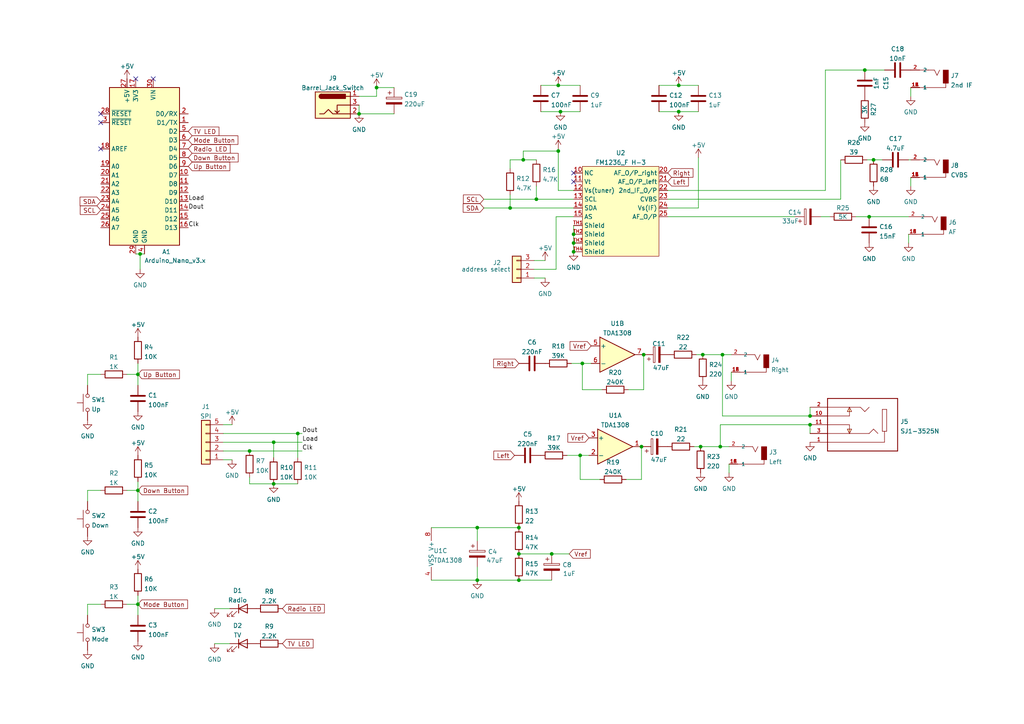
<source format=kicad_sch>
(kicad_sch (version 20211123) (generator eeschema)
  (paper "A4")
  (lib_symbols
    (symbol "Amplifier_Audio:TDA1308" (pin_names (offset 0.127))
      (property "Reference" "U" (at 5.08 6.35 0))
      (property "Value" "TDA1308" (at 5.08 3.81 0))
      (symbol "TDA1308_1_1"
        (polyline (pts (xy -5.08 5.08) (xy 5.08 0) (xy -5.08 -5.08) (xy -5.08 5.08)) (stroke (width 0.254)) (fill (type background)))
        (pin output line (at 7.62 0 180) (length 2.54) (name "~") (number "1"))
        (pin input line (at -7.62 -2.54 0) (length 2.54) (name "-") (number "2"))
        (pin input line (at -7.62 2.54 0) (length 2.54) (name "+") (number "3"))
      )
      (symbol "TDA1308_2_1"
        (polyline (pts (xy -5.08 5.08) (xy 5.08 0) (xy -5.08 -5.08) (xy -5.08 5.08)) (stroke (width 0.254)) (fill (type background)))
        (pin input line (at -7.62 2.54 0) (length 2.54) (name "+") (number "5"))
        (pin input line (at -7.62 -2.54 0) (length 2.54) (name "-") (number "6"))
        (pin output line (at 7.62 0 180) (length 2.54) (name "~") (number "7"))
      )
      (symbol "TDA1308_3_1"
        (pin power_in line (at -2.54 -7.62 90) (length 3.81) (name "VSS") (number "4"))
        (pin power_in line (at -2.54 7.62 270) (length 3.81) (name "V+") (number "8"))
      )
    )
    (symbol "Connector:Barrel_Jack_Switch" (pin_names hide)
      (property "Reference" "J" (at 0 5.334 0))
      (property "Value" "Barrel_Jack_Switch" (at 0 -5.08 0))
      (symbol "Barrel_Jack_Switch_0_1"
        (rectangle (start -5.08 3.81) (end 5.08 -3.81) (stroke (width 0.254)) (fill (type background)))
        (arc (start -3.302 3.175) (mid -3.937 2.54) (end -3.302 1.905) (stroke (width 0.254)))
        (arc (start -3.302 3.175) (mid -3.937 2.54) (end -3.302 1.905) (stroke (width 0.254)) (fill (type outline)))
        (polyline (pts (xy 1.27 -2.286) (xy 1.905 -1.651)) (stroke (width 0.254)))
        (polyline (pts (xy 5.08 2.54) (xy 3.81 2.54)) (stroke (width 0.254)))
        (polyline (pts (xy 5.08 0) (xy 1.27 0) (xy 1.27 -2.286) (xy 0.635 -1.651)) (stroke (width 0.254)))
        (polyline (pts (xy -3.81 -2.54) (xy -2.54 -2.54) (xy -1.27 -1.27) (xy 0 -2.54) (xy 2.54 -2.54) (xy 5.08 -2.54)) (stroke (width 0.254)))
        (rectangle (start 3.683 3.175) (end -3.302 1.905) (stroke (width 0.254)) (fill (type outline)))
      )
      (symbol "Barrel_Jack_Switch_1_1"
        (pin passive line (at 7.62 2.54 180) (length 2.54) (name "~") (number "1"))
        (pin passive line (at 7.62 -2.54 180) (length 2.54) (name "~") (number "2"))
        (pin passive line (at 7.62 0 180) (length 2.54) (name "~") (number "3"))
      )
    )
    (symbol "Connector_Generic:Conn_01x03" (pin_names (offset 1.016) hide)
      (property "Reference" "J" (at 0 5.08 0))
      (property "Value" "Conn_01x03" (at 0 -5.08 0))
      (symbol "Conn_01x03_1_1"
        (rectangle (start -1.27 -2.413) (end 0 -2.667) (stroke (width 0.1524)))
        (rectangle (start -1.27 0.127) (end 0 -0.127) (stroke (width 0.1524)))
        (rectangle (start -1.27 2.667) (end 0 2.413) (stroke (width 0.1524)))
        (rectangle (start -1.27 3.81) (end 1.27 -3.81) (stroke (width 0.254)) (fill (type background)))
        (pin passive line (at -5.08 2.54 0) (length 3.81) (name "Pin_1") (number "1"))
        (pin passive line (at -5.08 0 0) (length 3.81) (name "Pin_2") (number "2"))
        (pin passive line (at -5.08 -2.54 0) (length 3.81) (name "Pin_3") (number "3"))
      )
    )
    (symbol "Connector_Generic:Conn_01x05" (pin_names (offset 1.016) hide)
      (property "Reference" "J" (at 0 7.62 0))
      (property "Value" "Conn_01x05" (at 0 -7.62 0))
      (symbol "Conn_01x05_1_1"
        (rectangle (start -1.27 -4.953) (end 0 -5.207) (stroke (width 0.1524)))
        (rectangle (start -1.27 -2.413) (end 0 -2.667) (stroke (width 0.1524)))
        (rectangle (start -1.27 0.127) (end 0 -0.127) (stroke (width 0.1524)))
        (rectangle (start -1.27 2.667) (end 0 2.413) (stroke (width 0.1524)))
        (rectangle (start -1.27 5.207) (end 0 4.953) (stroke (width 0.1524)))
        (rectangle (start -1.27 6.35) (end 1.27 -6.35) (stroke (width 0.254)) (fill (type background)))
        (pin passive line (at -5.08 5.08 0) (length 3.81) (name "Pin_1") (number "1"))
        (pin passive line (at -5.08 2.54 0) (length 3.81) (name "Pin_2") (number "2"))
        (pin passive line (at -5.08 0 0) (length 3.81) (name "Pin_3") (number "3"))
        (pin passive line (at -5.08 -2.54 0) (length 3.81) (name "Pin_4") (number "4"))
        (pin passive line (at -5.08 -5.08 0) (length 3.81) (name "Pin_5") (number "5"))
      )
    )
    (symbol "Device:C" (pin_numbers hide) (pin_names (offset 0.254))
      (property "Reference" "C" (at 0.635 2.54 0))
      (property "Value" "C" (at 0.635 -2.54 0))
      (symbol "C_0_1"
        (polyline (pts (xy -2.032 -0.762) (xy 2.032 -0.762)) (stroke (width 0.508)))
        (polyline (pts (xy -2.032 0.762) (xy 2.032 0.762)) (stroke (width 0.508)))
      )
      (symbol "C_1_1"
        (pin passive line (at 0 3.81 270) (length 2.794) (name "~") (number "1"))
        (pin passive line (at 0 -3.81 90) (length 2.794) (name "~") (number "2"))
      )
    )
    (symbol "Device:C_Polarized" (pin_numbers hide) (pin_names (offset 0.254))
      (property "Reference" "C" (at 0.635 2.54 0))
      (property "Value" "C_Polarized" (at 0.635 -2.54 0))
      (symbol "C_Polarized_0_1"
        (rectangle (start -2.286 0.508) (end 2.286 1.016))
        (polyline (pts (xy -1.778 2.286) (xy -0.762 2.286)))
        (polyline (pts (xy -1.27 2.794) (xy -1.27 1.778)))
        (rectangle (start 2.286 -0.508) (end -2.286 -1.016) (fill (type outline)))
      )
      (symbol "C_Polarized_1_1"
        (pin passive line (at 0 3.81 270) (length 2.794) (name "~") (number "1"))
        (pin passive line (at 0 -3.81 90) (length 2.794) (name "~") (number "2"))
      )
    )
    (symbol "Device:LED" (pin_numbers hide) (pin_names (offset 1.016) hide)
      (property "Reference" "D" (at 0 2.54 0))
      (property "Value" "LED" (at 0 -2.54 0))
      (symbol "LED_0_1"
        (polyline (pts (xy -1.27 -1.27) (xy -1.27 1.27)) (stroke (width 0.254)))
        (polyline (pts (xy -1.27 0) (xy 1.27 0)))
        (polyline (pts (xy 1.27 -1.27) (xy 1.27 1.27) (xy -1.27 0) (xy 1.27 -1.27)) (stroke (width 0.254)))
        (polyline (pts (xy -3.048 -0.762) (xy -4.572 -2.286) (xy -3.81 -2.286) (xy -4.572 -2.286) (xy -4.572 -1.524)))
        (polyline (pts (xy -1.778 -0.762) (xy -3.302 -2.286) (xy -2.54 -2.286) (xy -3.302 -2.286) (xy -3.302 -1.524)))
      )
      (symbol "LED_1_1"
        (pin passive line (at -3.81 0 0) (length 2.54) (name "K") (number "1"))
        (pin passive line (at 3.81 0 180) (length 2.54) (name "A") (number "2"))
      )
    )
    (symbol "Device:R" (pin_numbers hide) (pin_names (offset 0))
      (property "Reference" "R" (at 2.032 0 90))
      (property "Value" "R" (at 0 0 90))
      (symbol "R_0_1"
        (rectangle (start -1.016 -2.54) (end 1.016 2.54) (stroke (width 0.254)))
      )
      (symbol "R_1_1"
        (pin passive line (at 0 3.81 270) (length 1.27) (name "~") (number "1"))
        (pin passive line (at 0 -3.81 90) (length 1.27) (name "~") (number "2"))
      )
    )
    (symbol "Evan's misc parts:FM1236_F H-3"
      (property "Reference" "U" (at 5.715 -7.62 0))
      (property "Value" "FM1236_F H-3" (at 5.715 -9.525 0))
      (symbol "FM1236_F H-3_0_1"
        (rectangle (start -8.89 12.065) (end 13.335 -13.97) (stroke (width 0.1524)) (fill (type background)))
      )
      (symbol "FM1236_F H-3_1_1"
        (pin passive line (at -11.43 10.16 0) (length 2.54) (name "NC") (number "10"))
        (pin input line (at -11.43 7.62 0) (length 2.54) (name "Vt") (number "11"))
        (pin power_in line (at -11.43 5.08 0) (length 2.54) (name "Vs(tuner)") (number "12"))
        (pin input line (at -11.43 2.54 0) (length 2.54) (name "SCL") (number "13"))
        (pin bidirectional line (at -11.43 0 0) (length 2.54) (name "SDA") (number "14"))
        (pin input line (at -11.43 -2.54 0) (length 2.54) (name "AS") (number "15"))
        (pin output line (at 15.875 10.16 180) (length 2.54) (name "AF_O/P_right") (number "20"))
        (pin output line (at 15.875 7.62 180) (length 2.54) (name "AF_O/P_left") (number "21"))
        (pin output line (at 15.875 5.08 180) (length 2.54) (name "2nd_IF_O/P") (number "22"))
        (pin output line (at 15.875 2.54 180) (length 2.54) (name "CVBS") (number "23"))
        (pin power_in line (at 15.875 0 180) (length 2.54) (name "Vs(IF)") (number "24"))
        (pin output line (at 15.875 -2.54 180) (length 2.54) (name "AF_O/P") (number "25"))
        (pin power_in line (at -11.43 -5.08 0) (length 2.54) (name "Shield") (number "TH1"))
        (pin power_in line (at -11.43 -7.62 0) (length 2.54) (name "Shield") (number "TH2"))
        (pin power_in line (at -11.43 -10.16 0) (length 2.54) (name "Shield") (number "TH3"))
        (pin power_in line (at -11.43 -12.7 0) (length 2.54) (name "Shield") (number "TH4"))
      )
    )
    (symbol "Evan's misc parts:RCJ-013" (pin_names (offset 1.016))
      (property "Reference" "J" (at -2.54 3.81 0))
      (property "Value" "RCJ-013" (at -2.54 -6.35 0))
      (symbol "RCJ-013_0_0"
        (rectangle (start -3.302 -2.54) (end -1.778 1.27) (fill (type outline)))
        (polyline (pts (xy -2.54 2.54) (xy -2.54 1.27)) (stroke (width 0.1524)))
        (polyline (pts (xy 0 -1.016) (xy -0.762 -2.54)) (stroke (width 0.1524)))
        (polyline (pts (xy 0.762 -2.54) (xy 0 -1.016)) (stroke (width 0.1524)))
        (polyline (pts (xy 2.54 -2.54) (xy 0.762 -2.54)) (stroke (width 0.1524)))
        (polyline (pts (xy 5.08 -2.54) (xy 2.54 -2.54)) (stroke (width 0.1524)))
        (polyline (pts (xy 5.08 2.54) (xy -2.54 2.54)) (stroke (width 0.1524)))
        (pin passive line (at 7.62 2.54 180) (length 2.54) (name "1") (number "1A"))
        (pin passive line (at 7.62 2.54 180) (length 2.54) (name "1") (number "1B"))
        (pin passive line (at 7.62 2.54 180) (length 2.54) (name "1") (number "1C"))
        (pin passive line (at 7.62 -2.54 180) (length 2.54) (name "2") (number "2"))
      )
    )
    (symbol "Evan's misc parts:SJ1-3525N" (pin_names (offset 1.016) hide)
      (property "Reference" "J" (at -10.16 10.16 0))
      (property "Value" "SJ1-3525N" (at -10.16 -12.7254 0))
      (symbol "SJ1-3525N_0_0"
        (polyline (pts (xy -10.16 -7.62) (xy 10.16 -7.62)) (stroke (width 0.254)))
        (polyline (pts (xy -10.16 7.62) (xy -10.16 -7.62)) (stroke (width 0.254)))
        (polyline (pts (xy -6.985 -4.445) (xy -6.985 1.905)) (stroke (width 0.1524)))
        (polyline (pts (xy -6.985 1.905) (xy -6.35 1.905)) (stroke (width 0.1524)))
        (polyline (pts (xy -6.35 1.905) (xy -5.715 1.905)) (stroke (width 0.1524)))
        (polyline (pts (xy -6.35 5.08) (xy -6.35 1.905)) (stroke (width 0.1524)))
        (polyline (pts (xy -5.715 -4.445) (xy -6.985 -4.445)) (stroke (width 0.1524)))
        (polyline (pts (xy -5.715 1.905) (xy -5.715 -4.445)) (stroke (width 0.1524)))
        (polyline (pts (xy -3.175 1.27) (xy -4.445 2.54)) (stroke (width 0.1524)))
        (polyline (pts (xy -1.905 2.54) (xy -3.175 1.27)) (stroke (width 0.1524)))
        (polyline (pts (xy -0.635 -3.81) (xy -1.905 -5.08)) (stroke (width 0.1524)))
        (polyline (pts (xy 0.635 -5.08) (xy -0.635 -3.81)) (stroke (width 0.1524)))
        (polyline (pts (xy 3.81 -5.08) (xy 0.635 -5.08)) (stroke (width 0.1524)))
        (polyline (pts (xy 3.81 -2.54) (xy 3.81 -5.08)) (stroke (width 0.1524)))
        (polyline (pts (xy 3.81 2.54) (xy -1.905 2.54)) (stroke (width 0.1524)))
        (polyline (pts (xy 3.81 2.54) (xy 3.81 0)) (stroke (width 0.1524)))
        (polyline (pts (xy 10.16 -7.62) (xy 10.16 -5.08)) (stroke (width 0.254)))
        (polyline (pts (xy 10.16 -5.08) (xy 3.81 -5.08)) (stroke (width 0.1524)))
        (polyline (pts (xy 10.16 -5.08) (xy 10.16 -2.54)) (stroke (width 0.254)))
        (polyline (pts (xy 10.16 -2.54) (xy 3.81 -2.54)) (stroke (width 0.1524)))
        (polyline (pts (xy 10.16 -2.54) (xy 10.16 0)) (stroke (width 0.254)))
        (polyline (pts (xy 10.16 0) (xy 3.81 0)) (stroke (width 0.1524)))
        (polyline (pts (xy 10.16 0) (xy 10.16 2.54)) (stroke (width 0.254)))
        (polyline (pts (xy 10.16 2.54) (xy 3.81 2.54)) (stroke (width 0.1524)))
        (polyline (pts (xy 10.16 2.54) (xy 10.16 5.08)) (stroke (width 0.254)))
        (polyline (pts (xy 10.16 5.08) (xy -6.35 5.08)) (stroke (width 0.1524)))
        (polyline (pts (xy 10.16 5.08) (xy 10.16 7.62)) (stroke (width 0.254)))
        (polyline (pts (xy 10.16 7.62) (xy -10.16 7.62)) (stroke (width 0.254)))
        (polyline (pts (xy 3.81 -5.08) (xy 3.175 -3.81) (xy 4.445 -3.81) (xy 3.81 -5.08)) (stroke (width 0.1524)) (fill (type background)))
        (polyline (pts (xy 3.81 2.54) (xy 4.445 1.27) (xy 3.175 1.27) (xy 3.81 2.54)) (stroke (width 0.1524)) (fill (type background)))
        (pin passive line (at 15.24 5.08 180) (length 5.08) (name "~") (number "1"))
        (pin passive line (at 15.24 -2.54 180) (length 5.08) (name "~") (number "10"))
        (pin passive line (at 15.24 0 180) (length 5.08) (name "~") (number "11"))
        (pin passive line (at 15.24 -5.08 180) (length 5.08) (name "~") (number "2"))
        (pin passive line (at 15.24 2.54 180) (length 5.08) (name "~") (number "3"))
      )
    )
    (symbol "MCU_Module:Arduino_Nano_v3.x"
      (property "Reference" "A" (at -10.16 23.495 0))
      (property "Value" "Arduino_Nano_v3.x" (at 5.08 -24.13 0))
      (symbol "Arduino_Nano_v3.x_0_1"
        (rectangle (start -10.16 22.86) (end 10.16 -22.86) (stroke (width 0.254)) (fill (type background)))
      )
      (symbol "Arduino_Nano_v3.x_1_1"
        (pin bidirectional line (at -12.7 12.7 0) (length 2.54) (name "D1/TX") (number "1"))
        (pin bidirectional line (at -12.7 -2.54 0) (length 2.54) (name "D7") (number "10"))
        (pin bidirectional line (at -12.7 -5.08 0) (length 2.54) (name "D8") (number "11"))
        (pin bidirectional line (at -12.7 -7.62 0) (length 2.54) (name "D9") (number "12"))
        (pin bidirectional line (at -12.7 -10.16 0) (length 2.54) (name "D10") (number "13"))
        (pin bidirectional line (at -12.7 -12.7 0) (length 2.54) (name "D11") (number "14"))
        (pin bidirectional line (at -12.7 -15.24 0) (length 2.54) (name "D12") (number "15"))
        (pin bidirectional line (at -12.7 -17.78 0) (length 2.54) (name "D13") (number "16"))
        (pin power_out line (at 2.54 25.4 270) (length 2.54) (name "3V3") (number "17"))
        (pin input line (at 12.7 5.08 180) (length 2.54) (name "AREF") (number "18"))
        (pin bidirectional line (at 12.7 0 180) (length 2.54) (name "A0") (number "19"))
        (pin bidirectional line (at -12.7 15.24 0) (length 2.54) (name "D0/RX") (number "2"))
        (pin bidirectional line (at 12.7 -2.54 180) (length 2.54) (name "A1") (number "20"))
        (pin bidirectional line (at 12.7 -5.08 180) (length 2.54) (name "A2") (number "21"))
        (pin bidirectional line (at 12.7 -7.62 180) (length 2.54) (name "A3") (number "22"))
        (pin bidirectional line (at 12.7 -10.16 180) (length 2.54) (name "A4") (number "23"))
        (pin bidirectional line (at 12.7 -12.7 180) (length 2.54) (name "A5") (number "24"))
        (pin bidirectional line (at 12.7 -15.24 180) (length 2.54) (name "A6") (number "25"))
        (pin bidirectional line (at 12.7 -17.78 180) (length 2.54) (name "A7") (number "26"))
        (pin power_out line (at 5.08 25.4 270) (length 2.54) (name "+5V") (number "27"))
        (pin input line (at 12.7 15.24 180) (length 2.54) (name "~{RESET}") (number "28"))
        (pin power_in line (at 2.54 -25.4 90) (length 2.54) (name "GND") (number "29"))
        (pin input line (at 12.7 12.7 180) (length 2.54) (name "~{RESET}") (number "3"))
        (pin power_in line (at -2.54 25.4 270) (length 2.54) (name "VIN") (number "30"))
        (pin power_in line (at 0 -25.4 90) (length 2.54) (name "GND") (number "4"))
        (pin bidirectional line (at -12.7 10.16 0) (length 2.54) (name "D2") (number "5"))
        (pin bidirectional line (at -12.7 7.62 0) (length 2.54) (name "D3") (number "6"))
        (pin bidirectional line (at -12.7 5.08 0) (length 2.54) (name "D4") (number "7"))
        (pin bidirectional line (at -12.7 2.54 0) (length 2.54) (name "D5") (number "8"))
        (pin bidirectional line (at -12.7 0 0) (length 2.54) (name "D6") (number "9"))
      )
    )
    (symbol "Switch:SW_Push" (pin_numbers hide) (pin_names (offset 1.016) hide)
      (property "Reference" "SW" (at 1.27 2.54 0))
      (property "Value" "SW_Push" (at 0 -1.524 0))
      (symbol "SW_Push_0_1"
        (circle (center -2.032 0) (radius 0.508))
        (polyline (pts (xy 0 1.27) (xy 0 3.048)))
        (polyline (pts (xy 2.54 1.27) (xy -2.54 1.27)))
        (circle (center 2.032 0) (radius 0.508))
        (pin passive line (at -5.08 0 0) (length 2.54) (name "1") (number "1"))
        (pin passive line (at 5.08 0 180) (length 2.54) (name "2") (number "2"))
      )
    )
    (symbol "power:+5V" (power) (pin_names (offset 0))
      (property "Value" "+5V" (at 0 3.556 0))
      (symbol "+5V_0_1"
        (polyline (pts (xy -0.762 1.27) (xy 0 2.54)))
        (polyline (pts (xy 0 0) (xy 0 2.54)))
        (polyline (pts (xy 0 2.54) (xy 0.762 1.27)))
      )
      (symbol "+5V_1_1"
        (pin power_in line (at 0 0 90) (length 0) hide (name "+5V") (number "1"))
      )
    )
    (symbol "power:GND" (power) (pin_names (offset 0))
      (property "Value" "GND" (at 0 -3.81 0))
      (symbol "GND_0_1"
        (polyline (pts (xy 0 0) (xy 0 -1.27) (xy 1.27 -1.27) (xy 0 -2.54) (xy -1.27 -1.27) (xy 0 -1.27)))
      )
      (symbol "GND_1_1"
        (pin power_in line (at 0 0 270) (length 0) hide (name "GND") (number "1"))
      )
    )
  )
  (junction (at 203.2 129.54))
  (junction (at 155.575 57.785))
  (junction (at 168.91 105.41))
  (junction (at 150.495 168.275))
  (junction (at 138.43 153.035))
  (junction (at 234.95 123.19))
  (junction (at 138.43 168.275))
  (junction (at 208.915 129.54))
  (junction (at 162.56 32.385))
  (junction (at 72.39 130.81))
  (junction (at 79.375 128.27))
  (junction (at 104.14 33.02))
  (junction (at 166.37 73.025))
  (junction (at 253.365 46.355))
  (junction (at 161.925 24.765))
  (junction (at 40.005 175.26))
  (junction (at 40.64 73.66))
  (junction (at 166.37 70.485))
  (junction (at 209.55 102.87))
  (junction (at 252.095 62.865))
  (junction (at 150.495 153.035))
  (junction (at 151.765 46.355))
  (junction (at 161.925 43.815))
  (junction (at 186.055 129.54))
  (junction (at 168.275 132.08))
  (junction (at 150.495 160.655))
  (junction (at 86.36 125.73))
  (junction (at 196.85 32.385))
  (junction (at 186.69 102.87))
  (junction (at 166.37 67.945))
  (junction (at 196.85 24.765))
  (junction (at 160.02 160.655))
  (junction (at 234.95 120.65))
  (junction (at 147.955 60.325))
  (junction (at 250.825 20.32))
  (junction (at 203.835 102.87))
  (junction (at 40.005 108.585))
  (junction (at 79.375 140.335))
  (junction (at 109.22 25.4))
  (junction (at 40.005 142.24))
  (no_connect (at 44.45 22.86))
  (no_connect (at 29.21 33.02))
  (no_connect (at 39.37 22.86))
  (no_connect (at 29.21 43.18))
  (no_connect (at 29.21 35.56))
  (no_connect (at 166.37 52.705))
  (no_connect (at 166.37 50.165))
  (wire (pts (xy 40.005 175.26) (xy 40.005 178.435)))
  (wire (pts (xy 196.85 32.385) (xy 202.565 32.385)))
  (wire (pts (xy 109.22 27.94) (xy 109.22 25.4)))
  (wire (pts (xy 191.135 32.385) (xy 196.85 32.385)))
  (wire (pts (xy 109.22 25.4) (xy 114.3 25.4)))
  (wire (pts (xy 160.02 160.655) (xy 165.1 160.655)))
  (wire (pts (xy 263.525 67.945) (xy 263.525 70.485)))
  (wire (pts (xy 161.29 78.105) (xy 161.29 62.865)))
  (wire (pts (xy 40.005 105.41) (xy 40.005 108.585)))
  (wire (pts (xy 25.4 108.585) (xy 25.4 111.76)))
  (wire (pts (xy 87.63 125.73) (xy 86.36 125.73)))
  (wire (pts (xy 166.37 70.485) (xy 166.37 73.025)))
  (wire (pts (xy 40.64 73.66) (xy 40.64 78.105)))
  (wire (pts (xy 264.16 25.4) (xy 264.16 27.94)))
  (wire (pts (xy 243.84 57.785) (xy 193.675 57.785)))
  (wire (pts (xy 140.335 57.785) (xy 155.575 57.785)))
  (wire (pts (xy 186.69 102.87) (xy 186.69 113.03)))
  (wire (pts (xy 29.21 175.26) (xy 25.4 175.26)))
  (wire (pts (xy 125.095 153.035) (xy 138.43 153.035)))
  (wire (pts (xy 86.36 125.73) (xy 64.77 125.73)))
  (wire (pts (xy 166.37 60.325) (xy 147.955 60.325)))
  (wire (pts (xy 25.4 175.26) (xy 25.4 178.435)))
  (wire (pts (xy 147.955 48.895) (xy 147.955 46.355)))
  (wire (pts (xy 234.95 120.65) (xy 209.55 120.65)))
  (wire (pts (xy 138.43 168.275) (xy 138.43 164.465)))
  (wire (pts (xy 156.845 24.765) (xy 161.925 24.765)))
  (wire (pts (xy 196.85 24.765) (xy 202.565 24.765)))
  (wire (pts (xy 158.115 80.645) (xy 154.94 80.645)))
  (wire (pts (xy 147.955 46.355) (xy 151.765 46.355)))
  (wire (pts (xy 168.275 139.065) (xy 173.99 139.065)))
  (wire (pts (xy 79.375 140.335) (xy 86.36 140.335)))
  (wire (pts (xy 150.495 160.655) (xy 160.02 160.655)))
  (wire (pts (xy 151.765 46.355) (xy 155.575 46.355)))
  (wire (pts (xy 239.395 55.245) (xy 193.675 55.245)))
  (wire (pts (xy 193.675 60.325) (xy 202.565 60.325)))
  (wire (pts (xy 29.21 142.24) (xy 25.4 142.24)))
  (wire (pts (xy 79.375 128.27) (xy 79.375 132.715)))
  (wire (pts (xy 239.395 20.32) (xy 250.825 20.32)))
  (wire (pts (xy 62.23 176.53) (xy 66.675 176.53)))
  (wire (pts (xy 252.095 62.865) (xy 248.285 62.865)))
  (wire (pts (xy 203.835 102.87) (xy 201.93 102.87)))
  (wire (pts (xy 161.29 62.865) (xy 166.37 62.865)))
  (wire (pts (xy 150.495 168.275) (xy 160.02 168.275)))
  (wire (pts (xy 264.16 51.435) (xy 264.16 53.975)))
  (wire (pts (xy 86.36 125.73) (xy 86.36 132.715)))
  (wire (pts (xy 252.095 62.865) (xy 263.525 62.865)))
  (wire (pts (xy 104.14 30.48) (xy 104.14 33.02)))
  (wire (pts (xy 168.91 113.03) (xy 168.91 105.41)))
  (wire (pts (xy 161.925 55.245) (xy 166.37 55.245)))
  (wire (pts (xy 104.14 33.02) (xy 114.3 33.02)))
  (wire (pts (xy 79.375 128.27) (xy 64.77 128.27)))
  (wire (pts (xy 156.845 32.385) (xy 162.56 32.385)))
  (wire (pts (xy 25.4 142.24) (xy 25.4 145.415)))
  (wire (pts (xy 263.525 46.355) (xy 264.16 46.355)))
  (wire (pts (xy 87.63 128.27) (xy 79.375 128.27)))
  (wire (pts (xy 165.735 105.41) (xy 168.91 105.41)))
  (wire (pts (xy 191.135 24.765) (xy 196.85 24.765)))
  (wire (pts (xy 154.94 78.105) (xy 161.29 78.105)))
  (wire (pts (xy 203.835 102.87) (xy 209.55 102.87)))
  (wire (pts (xy 203.2 129.54) (xy 201.295 129.54)))
  (wire (pts (xy 208.915 123.19) (xy 208.915 129.54)))
  (wire (pts (xy 250.825 20.32) (xy 256.54 20.32)))
  (wire (pts (xy 87.63 130.81) (xy 72.39 130.81)))
  (wire (pts (xy 40.64 73.66) (xy 41.91 73.66)))
  (wire (pts (xy 166.37 65.405) (xy 166.37 67.945)))
  (wire (pts (xy 202.565 45.72) (xy 202.565 60.325)))
  (wire (pts (xy 174.625 113.03) (xy 168.91 113.03)))
  (wire (pts (xy 166.37 67.945) (xy 166.37 70.485)))
  (wire (pts (xy 40.005 108.585) (xy 40.005 111.76)))
  (wire (pts (xy 29.21 108.585) (xy 25.4 108.585)))
  (wire (pts (xy 161.925 43.815) (xy 161.925 55.245)))
  (wire (pts (xy 125.095 168.275) (xy 138.43 168.275)))
  (wire (pts (xy 72.39 130.81) (xy 64.77 130.81)))
  (wire (pts (xy 40.005 142.24) (xy 40.005 145.415)))
  (wire (pts (xy 164.465 132.08) (xy 168.275 132.08)))
  (wire (pts (xy 39.37 73.66) (xy 40.64 73.66)))
  (wire (pts (xy 64.77 133.35) (xy 67.31 133.35)))
  (wire (pts (xy 62.23 186.69) (xy 66.675 186.69)))
  (wire (pts (xy 140.335 60.325) (xy 147.955 60.325)))
  (wire (pts (xy 151.765 46.355) (xy 151.765 43.815)))
  (wire (pts (xy 64.77 123.19) (xy 67.31 123.19)))
  (wire (pts (xy 186.055 139.065) (xy 181.61 139.065)))
  (wire (pts (xy 234.95 123.19) (xy 234.95 125.73)))
  (wire (pts (xy 138.43 168.275) (xy 150.495 168.275)))
  (wire (pts (xy 104.14 27.94) (xy 109.22 27.94)))
  (wire (pts (xy 243.84 46.355) (xy 243.84 57.785)))
  (wire (pts (xy 168.275 132.08) (xy 170.815 132.08)))
  (wire (pts (xy 151.765 43.815) (xy 161.925 43.815)))
  (wire (pts (xy 234.95 123.19) (xy 208.915 123.19)))
  (wire (pts (xy 158.115 75.565) (xy 154.94 75.565)))
  (wire (pts (xy 161.925 24.765) (xy 168.275 24.765)))
  (wire (pts (xy 147.955 60.325) (xy 147.955 56.515)))
  (wire (pts (xy 72.39 138.43) (xy 72.39 140.335)))
  (wire (pts (xy 208.915 129.54) (xy 211.455 129.54)))
  (wire (pts (xy 36.83 108.585) (xy 40.005 108.585)))
  (wire (pts (xy 239.395 20.32) (xy 239.395 55.245)))
  (wire (pts (xy 155.575 57.785) (xy 166.37 57.785)))
  (wire (pts (xy 186.69 113.03) (xy 182.245 113.03)))
  (wire (pts (xy 203.2 129.54) (xy 208.915 129.54)))
  (wire (pts (xy 72.39 140.335) (xy 79.375 140.335)))
  (wire (pts (xy 234.95 118.11) (xy 234.95 120.65)))
  (wire (pts (xy 209.55 102.87) (xy 212.09 102.87)))
  (wire (pts (xy 138.43 153.035) (xy 138.43 156.845)))
  (wire (pts (xy 255.905 46.355) (xy 253.365 46.355)))
  (wire (pts (xy 168.275 132.08) (xy 168.275 139.065)))
  (wire (pts (xy 193.675 62.865) (xy 230.505 62.865)))
  (wire (pts (xy 36.83 175.26) (xy 40.005 175.26)))
  (wire (pts (xy 40.005 172.72) (xy 40.005 175.26)))
  (wire (pts (xy 162.56 32.385) (xy 168.275 32.385)))
  (wire (pts (xy 155.575 53.975) (xy 155.575 57.785)))
  (wire (pts (xy 212.09 107.95) (xy 212.09 110.49)))
  (wire (pts (xy 186.055 129.54) (xy 186.055 139.065)))
  (wire (pts (xy 240.665 62.865) (xy 238.125 62.865)))
  (wire (pts (xy 211.455 134.62) (xy 211.455 137.16)))
  (wire (pts (xy 36.83 142.24) (xy 40.005 142.24)))
  (wire (pts (xy 209.55 120.65) (xy 209.55 102.87)))
  (wire (pts (xy 150.495 153.035) (xy 138.43 153.035)))
  (wire (pts (xy 168.91 105.41) (xy 171.45 105.41)))
  (wire (pts (xy 161.925 43.18) (xy 161.925 43.815)))
  (wire (pts (xy 40.005 139.7) (xy 40.005 142.24)))
  (wire (pts (xy 253.365 46.355) (xy 251.46 46.355)))
  (label "Clk" (at 54.61 66.04 0))
  (label "Load" (at 87.63 128.27 0))
  (label "Clk" (at 87.63 130.81 0))
  (label "Dout" (at 87.63 125.73 0))
  (label "Dout" (at 54.61 60.96 0))
  (label "Load" (at 54.61 58.42 0))
  (global_label "Up Button" (shape input) (at 54.61 48.26 0) (property "Intersheet References" "${INTERSHEET_REFS}" (effects hide)))
  (global_label "Left" (shape input) (at 149.225 132.08 180) (property "Intersheet References" "${INTERSHEET_REFS}" (effects hide)))
  (global_label "TV LED" (shape input) (at 81.915 186.69 0) (property "Intersheet References" "${INTERSHEET_REFS}" (effects hide)))
  (global_label "SDA" (shape input) (at 29.21 58.42 180) (property "Intersheet References" "${INTERSHEET_REFS}" (effects hide)))
  (global_label "SCL" (shape input) (at 140.335 57.785 180) (property "Intersheet References" "${INTERSHEET_REFS}" (effects hide)))
  (global_label "Vref" (shape input) (at 170.815 127 180) (property "Intersheet References" "${INTERSHEET_REFS}" (effects hide)))
  (global_label "SCL" (shape input) (at 29.21 60.96 180) (property "Intersheet References" "${INTERSHEET_REFS}" (effects hide)))
  (global_label "TV LED" (shape input) (at 54.61 38.1 0) (property "Intersheet References" "${INTERSHEET_REFS}" (effects hide)))
  (global_label "Mode Button" (shape input) (at 40.005 175.26 0) (property "Intersheet References" "${INTERSHEET_REFS}" (effects hide)))
  (global_label "Vref" (shape input) (at 171.45 100.33 180) (property "Intersheet References" "${INTERSHEET_REFS}" (effects hide)))
  (global_label "Down Button" (shape input) (at 40.005 142.24 0) (property "Intersheet References" "${INTERSHEET_REFS}" (effects hide)))
  (global_label "Vref" (shape input) (at 165.1 160.655 0) (property "Intersheet References" "${INTERSHEET_REFS}" (effects hide)))
  (global_label "Down Button" (shape input) (at 54.61 45.72 0) (property "Intersheet References" "${INTERSHEET_REFS}" (effects hide)))
  (global_label "Right" (shape input) (at 193.675 50.165 0) (property "Intersheet References" "${INTERSHEET_REFS}" (effects hide)))
  (global_label "Radio LED" (shape input) (at 81.915 176.53 0) (property "Intersheet References" "${INTERSHEET_REFS}" (effects hide)))
  (global_label "Right" (shape input) (at 150.495 105.41 180) (property "Intersheet References" "${INTERSHEET_REFS}" (effects hide)))
  (global_label "Radio LED" (shape input) (at 54.61 43.18 0) (property "Intersheet References" "${INTERSHEET_REFS}" (effects hide)))
  (global_label "Up Button" (shape input) (at 40.005 108.585 0) (property "Intersheet References" "${INTERSHEET_REFS}" (effects hide)))
  (global_label "Mode Button" (shape input) (at 54.61 40.64 0) (property "Intersheet References" "${INTERSHEET_REFS}" (effects hide)))
  (global_label "SDA" (shape input) (at 140.335 60.325 180) (property "Intersheet References" "${INTERSHEET_REFS}" (effects hide)))
  (global_label "Left" (shape input) (at 193.675 52.705 0) (property "Intersheet References" "${INTERSHEET_REFS}" (effects hide)))
  (symbol (lib_id "Connector:Barrel_Jack_Switch") (at 96.52 30.48 0) (unit 1)
    (property "Reference" "J9" (at 96.52 22.7035 0))
    (property "Value" "Barrel_Jack_Switch" (at 96.52 25.4786 0))
    (property "Footprint" "Connector_BarrelJack:BarrelJack_Horizontal" (effects hide))
  )
  (symbol (lib_id "MCU_Module:Arduino_Nano_v3.x") (at 41.91 48.26 0) (mirror y) (unit 1)
    (property "Reference" "A1" (at 48.26 73.025 0))
    (property "Value" "Arduino_Nano_v3.x" (at 50.8 75.565 0))
    (property "Footprint" "Module:Arduino_Nano" (effects hide))
    (property "Datasheet" "http://www.mouser.com/pdfdocs/Gravitech_Arduino_Nano3_0.pdf" (effects hide))
  )
  (symbol (lib_id "Device:R") (at 178.435 113.03 90) (unit 1)
    (property "Reference" "R20" (at 178.435 108.0475 90))
    (property "Value" "240K" (at 178.435 110.8226 90))
    (property "Footprint" "Resistor_SMD:R_0603_1608Metric" (effects hide))
  )
  (symbol (lib_id "Device:LED") (at 70.485 176.53 0) (unit 1)
    (property "Reference" "D1" (at 68.8975 171.2935 0))
    (property "Value" "Radio" (at 68.8975 174.0686 0))
    (property "Footprint" "LED_THT:LED_D3.0mm" (effects hide))
  )
  (symbol (lib_id "Device:C") (at 40.005 149.225 0) (unit 1)
    (property "Reference" "C2" (at 42.926 148.3165 0) (effects (justify left)))
    (property "Value" "100nF" (at 42.926 151.0916 0) (effects (justify left)))
    (property "Footprint" "Capacitor_SMD:C_0603_1608Metric" (effects hide))
  )
  (symbol (lib_id "power:GND") (at 67.31 133.35 0) (unit 1)
    (property "Reference" "#PWR0138" (effects hide))
    (property "Value" "GND" (at 67.31 137.9125 0))
  )
  (symbol (lib_id "Device:R") (at 177.8 139.065 90) (unit 1)
    (property "Reference" "R19" (at 177.8 134.0825 90))
    (property "Value" "240K" (at 177.8 136.8576 90))
    (property "Footprint" "Resistor_SMD:R_0603_1608Metric" (effects hide))
  )
  (symbol (lib_id "Device:R") (at 203.2 133.35 180) (unit 1)
    (property "Reference" "R23" (at 204.978 132.4415 0) (effects (justify right)))
    (property "Value" "220" (at 204.978 135.2166 0) (effects (justify right)))
    (property "Footprint" "Resistor_SMD:R_0603_1608Metric" (effects hide))
  )
  (symbol (lib_id "power:GND") (at 40.005 186.055 0) (unit 1)
    (property "Reference" "#PWR0126" (effects hide))
    (property "Value" "GND" (at 40.005 190.6175 0))
  )
  (symbol (lib_id "power:GND") (at 212.09 110.49 0) (unit 1)
    (property "Reference" "#PWR0118" (effects hide))
    (property "Value" "GND" (at 212.09 115.0525 0))
  )
  (symbol (lib_id "power:GND") (at 138.43 168.275 0) (unit 1)
    (property "Reference" "#PWR0130" (effects hide))
    (property "Value" "GND" (at 138.43 172.8375 0))
  )
  (symbol (lib_id "Device:C") (at 154.305 105.41 90) (unit 1)
    (property "Reference" "C6" (at 154.305 99.2845 90))
    (property "Value" "220nF" (at 154.305 102.0596 90))
    (property "Footprint" "Capacitor_SMD:C_0603_1608Metric" (effects hide))
  )
  (symbol (lib_id "Switch:SW_Push") (at 25.4 116.84 90) (unit 1)
    (property "Reference" "SW1" (at 26.543 115.9315 90) (effects (justify right)))
    (property "Value" "Up" (at 26.543 118.7066 90) (effects (justify right)))
    (property "Footprint" "Button_Switch_THT:SW_Tactile_SPST_Angled_PTS645Vx83-2LFS" (effects hide))
  )
  (symbol (lib_id "Device:R") (at 197.485 129.54 90) (unit 1)
    (property "Reference" "R21" (at 197.485 124.5575 90))
    (property "Value" "22" (at 197.485 127.3326 90))
    (property "Footprint" "Resistor_SMD:R_0603_1608Metric" (effects hide))
  )
  (symbol (lib_id "Evan's misc parts:SJ1-3525N") (at 250.19 123.19 180) (unit 1)
    (property "Reference" "J5" (at 261.112 122.2815 0) (effects (justify right)))
    (property "Value" "SJ1-3525N" (at 261.112 125.0566 0) (effects (justify right)))
    (property "Footprint" "Evan's misc parts:CUI_SJ1-3525N" (effects hide))
    (property "MANUFACTURER" "CUI" (effects hide))
    (property "STANDARD" "Manufacturer recommendation" (effects hide))
    (property "PARTREV" "1.02" (effects hide))
  )
  (symbol (lib_id "power:GND") (at 203.835 110.49 0) (unit 1)
    (property "Reference" "#PWR0114" (effects hide))
    (property "Value" "GND" (at 203.835 115.0525 0))
  )
  (symbol (lib_id "power:GND") (at 166.37 73.025 0) (unit 1)
    (property "Reference" "#PWR0120" (effects hide))
    (property "Value" "GND" (at 166.37 77.5875 0))
  )
  (symbol (lib_id "Device:C") (at 40.005 115.57 0) (unit 1)
    (property "Reference" "C1" (at 42.926 114.6615 0) (effects (justify left)))
    (property "Value" "100nF" (at 42.926 117.4366 0) (effects (justify left)))
    (property "Footprint" "Capacitor_SMD:C_0603_1608Metric" (effects hide))
  )
  (symbol (lib_id "Evan's misc parts:RCJ-013") (at 219.71 105.41 180) (unit 1)
    (property "Reference" "J4" (at 223.647 104.5015 0) (effects (justify right)))
    (property "Value" "Right" (at 223.647 107.2766 0) (effects (justify right)))
    (property "Footprint" "Evan's misc parts:CUI_RCJ-013" (effects hide))
    (property "STANDARD" "Manufacturer recommendations" (effects hide))
    (property "PART_REV" "B" (effects hide))
    (property "MANUFACTURER" "CUI Inc" (effects hide))
  )
  (symbol (lib_id "power:GND") (at 40.64 78.105 0) (unit 1)
    (property "Reference" "#PWR0122" (effects hide))
    (property "Value" "GND" (at 40.64 82.6675 0))
  )
  (symbol (lib_id "Evan's misc parts:RCJ-013") (at 271.78 22.86 180) (unit 1)
    (property "Reference" "J7" (at 275.717 21.9515 0) (effects (justify right)))
    (property "Value" "2nd IF" (at 275.717 24.7266 0) (effects (justify right)))
    (property "Footprint" "Evan's misc parts:CUI_RCJ-013" (effects hide))
    (property "STANDARD" "Manufacturer recommendations" (effects hide))
    (property "PART_REV" "B" (effects hide))
    (property "MANUFACTURER" "CUI Inc" (effects hide))
  )
  (symbol (lib_id "Connector_Generic:Conn_01x05") (at 59.69 128.27 180) (unit 1)
    (property "Reference" "J1" (at 59.69 117.9535 0))
    (property "Value" "SPI" (at 59.69 120.7286 0))
    (property "Footprint" "Connector_PinHeader_2.54mm:PinHeader_1x05_P2.54mm_Horizontal" (effects hide))
  )
  (symbol (lib_id "Device:C") (at 191.135 28.575 0) (unit 1)
    (property "Reference" "C12" (at 194.056 27.6665 0) (effects (justify left)))
    (property "Value" "100nF" (at 194.056 30.4416 0) (effects (justify left)))
    (property "Footprint" "Capacitor_SMD:C_0603_1608Metric" (effects hide))
  )
  (symbol (lib_id "Device:R") (at 203.835 106.68 180) (unit 1)
    (property "Reference" "R24" (at 205.613 105.7715 0) (effects (justify right)))
    (property "Value" "220" (at 205.613 108.5466 0) (effects (justify right)))
    (property "Footprint" "Resistor_SMD:R_0603_1608Metric" (effects hide))
  )
  (symbol (lib_id "Device:R") (at 150.495 156.845 0) (unit 1)
    (property "Reference" "R14" (at 152.273 155.9365 0) (effects (justify left)))
    (property "Value" "47K" (at 152.273 158.7116 0) (effects (justify left)))
    (property "Footprint" "Resistor_SMD:R_0603_1608Metric" (effects hide))
  )
  (symbol (lib_id "power:+5V") (at 109.22 25.4 0) (unit 1)
    (property "Reference" "#PWR0140" (effects hide))
    (property "Value" "+5V" (at 109.22 21.7955 0))
  )
  (symbol (lib_id "power:GND") (at 211.455 137.16 0) (unit 1)
    (property "Reference" "#PWR0115" (effects hide))
    (property "Value" "GND" (at 211.455 141.7225 0))
  )
  (symbol (lib_id "Device:R") (at 33.02 142.24 90) (unit 1)
    (property "Reference" "R2" (at 33.02 137.2575 90))
    (property "Value" "1K" (at 33.02 140.0326 90))
    (property "Footprint" "Resistor_SMD:R_0603_1608Metric" (effects hide))
  )
  (symbol (lib_id "power:GND") (at 25.4 121.92 0) (unit 1)
    (property "Reference" "#PWR0132" (effects hide))
    (property "Value" "GND" (at 25.4 126.4825 0))
  )
  (symbol (lib_id "Device:C") (at 260.35 20.32 90) (unit 1)
    (property "Reference" "C18" (at 260.35 14.1945 90))
    (property "Value" "10nF" (at 260.35 16.9696 90))
    (property "Footprint" "Capacitor_SMD:C_0603_1608Metric" (effects hide))
  )
  (symbol (lib_id "power:+5V") (at 40.005 165.1 0) (unit 1)
    (property "Reference" "#PWR0125" (effects hide))
    (property "Value" "+5V" (at 40.005 161.4955 0))
  )
  (symbol (lib_id "Device:R") (at 72.39 134.62 0) (unit 1)
    (property "Reference" "R7" (at 74.168 133.7115 0) (effects (justify left)))
    (property "Value" "10K" (at 74.168 136.4866 0) (effects (justify left)))
    (property "Footprint" "Resistor_SMD:R_0603_1608Metric" (effects hide))
  )
  (symbol (lib_id "Device:R") (at 79.375 136.525 0) (unit 1)
    (property "Reference" "R10" (at 81.153 135.6165 0) (effects (justify left)))
    (property "Value" "10K" (at 81.153 138.3916 0) (effects (justify left)))
    (property "Footprint" "Resistor_SMD:R_0603_1608Metric" (effects hide))
  )
  (symbol (lib_id "power:GND") (at 40.005 119.38 0) (unit 1)
    (property "Reference" "#PWR0133" (effects hide))
    (property "Value" "GND" (at 40.005 123.9425 0))
  )
  (symbol (lib_id "power:GND") (at 25.4 188.595 0) (unit 1)
    (property "Reference" "#PWR0127" (effects hide))
    (property "Value" "GND" (at 25.4 193.1575 0))
  )
  (symbol (lib_id "power:GND") (at 196.85 32.385 0) (unit 1)
    (property "Reference" "#PWR0105" (effects hide))
    (property "Value" "GND" (at 196.85 36.9475 0))
  )
  (symbol (lib_id "Device:R") (at 247.65 46.355 90) (unit 1)
    (property "Reference" "R26" (at 247.65 41.3725 90))
    (property "Value" "39" (at 247.65 44.1476 90))
    (property "Footprint" "Resistor_SMD:R_0603_1608Metric" (effects hide))
  )
  (symbol (lib_id "power:GND") (at 62.23 176.53 0) (unit 1)
    (property "Reference" "#PWR0129" (effects hide))
    (property "Value" "GND" (at 62.23 181.0925 0))
  )
  (symbol (lib_id "power:+5V") (at 196.85 24.765 0) (unit 1)
    (property "Reference" "#PWR0101" (effects hide))
    (property "Value" "+5V" (at 196.85 21.1605 0))
  )
  (symbol (lib_id "power:GND") (at 40.005 153.035 0) (unit 1)
    (property "Reference" "#PWR0123" (effects hide))
    (property "Value" "GND" (at 40.005 157.5975 0))
  )
  (symbol (lib_id "Switch:SW_Push") (at 25.4 150.495 90) (unit 1)
    (property "Reference" "SW2" (at 26.543 149.5865 90) (effects (justify right)))
    (property "Value" "Down" (at 26.543 152.3616 90) (effects (justify right)))
    (property "Footprint" "Button_Switch_THT:SW_Tactile_SPST_Angled_PTS645Vx83-2LFS" (effects hide))
  )
  (symbol (lib_id "Device:C_Polarized") (at 189.865 129.54 90) (unit 1)
    (property "Reference" "C10" (at 190.5 125.73 90))
    (property "Value" "47uF" (at 191.135 133.35 90))
    (property "Footprint" "Capacitor_THT:CP_Radial_D8.0mm_P3.50mm" (effects hide))
  )
  (symbol (lib_id "power:GND") (at 203.2 137.16 0) (unit 1)
    (property "Reference" "#PWR0116" (effects hide))
    (property "Value" "GND" (at 203.2 141.7225 0))
  )
  (symbol (lib_id "Device:R") (at 155.575 50.165 0) (unit 1)
    (property "Reference" "R16" (at 157.353 49.2565 0) (effects (justify left)))
    (property "Value" "4.7K" (at 157.353 52.0316 0) (effects (justify left)))
    (property "Footprint" "Resistor_SMD:R_0603_1608Metric" (effects hide))
  )
  (symbol (lib_id "Device:R") (at 40.005 135.89 180) (unit 1)
    (property "Reference" "R5" (at 41.783 134.9815 0) (effects (justify right)))
    (property "Value" "10K" (at 41.783 137.7566 0) (effects (justify right)))
    (property "Footprint" "Resistor_SMD:R_0603_1608Metric" (effects hide))
  )
  (symbol (lib_id "power:+5V") (at 40.005 97.79 0) (unit 1)
    (property "Reference" "#PWR0135" (effects hide))
    (property "Value" "+5V" (at 40.005 94.1855 0))
  )
  (symbol (lib_id "power:+5V") (at 161.925 43.18 0) (unit 1)
    (property "Reference" "#PWR0104" (effects hide))
    (property "Value" "+5V" (at 161.925 39.5755 0))
  )
  (symbol (lib_id "Device:C_Polarized") (at 138.43 160.655 0) (unit 1)
    (property "Reference" "C4" (at 142.875 160.02 0))
    (property "Value" "47uF" (at 143.51 162.56 0))
    (property "Footprint" "Capacitor_THT:CP_Radial_D8.0mm_P3.50mm" (effects hide))
  )
  (symbol (lib_id "power:GND") (at 25.4 155.575 0) (unit 1)
    (property "Reference" "#PWR0124" (effects hide))
    (property "Value" "GND" (at 25.4 160.1375 0))
  )
  (symbol (lib_id "power:+5V") (at 150.495 145.415 0) (unit 1)
    (property "Reference" "#PWR0131" (effects hide))
    (property "Value" "+5V" (at 150.495 141.8105 0))
  )
  (symbol (lib_id "Device:R") (at 33.02 175.26 90) (unit 1)
    (property "Reference" "R3" (at 33.02 170.2775 90))
    (property "Value" "1K" (at 33.02 173.0526 90))
    (property "Footprint" "Resistor_SMD:R_0603_1608Metric" (effects hide))
  )
  (symbol (lib_id "Device:R") (at 147.955 52.705 0) (unit 1)
    (property "Reference" "R12" (at 149.733 51.7965 0) (effects (justify left)))
    (property "Value" "4.7K" (at 149.733 54.5716 0) (effects (justify left)))
    (property "Footprint" "Resistor_SMD:R_0603_1608Metric" (effects hide))
  )
  (symbol (lib_id "power:GND") (at 234.95 128.27 0) (unit 1)
    (property "Reference" "#PWR0117" (effects hide))
    (property "Value" "GND" (at 234.95 132.8325 0))
  )
  (symbol (lib_id "Device:R") (at 78.105 186.69 90) (unit 1)
    (property "Reference" "R9" (at 78.105 181.7075 90))
    (property "Value" "2.2K" (at 78.105 184.4826 90))
    (property "Footprint" "Resistor_SMD:R_0603_1608Metric" (effects hide))
  )
  (symbol (lib_id "power:GND") (at 252.095 70.485 0) (unit 1)
    (property "Reference" "#PWR0109" (effects hide))
    (property "Value" "GND" (at 252.095 75.0475 0))
  )
  (symbol (lib_id "power:+5V") (at 40.005 132.08 0) (unit 1)
    (property "Reference" "#PWR0134" (effects hide))
    (property "Value" "+5V" (at 40.005 128.4755 0))
  )
  (symbol (lib_id "power:GND") (at 62.23 186.69 0) (unit 1)
    (property "Reference" "#PWR0128" (effects hide))
    (property "Value" "GND" (at 62.23 191.2525 0))
  )
  (symbol (lib_id "Device:R") (at 33.02 108.585 90) (unit 1)
    (property "Reference" "R1" (at 33.02 103.6025 90))
    (property "Value" "1K" (at 33.02 106.3776 90))
    (property "Footprint" "Resistor_SMD:R_0603_1608Metric" (effects hide))
  )
  (symbol (lib_id "power:GND") (at 264.16 27.94 0) (unit 1)
    (property "Reference" "#PWR0111" (effects hide))
    (property "Value" "GND" (at 264.16 32.5025 0))
  )
  (symbol (lib_id "Evan's misc parts:RCJ-013") (at 271.78 48.895 180) (unit 1)
    (property "Reference" "J8" (at 275.717 47.9865 0) (effects (justify right)))
    (property "Value" "CVBS" (at 275.717 50.7616 0) (effects (justify right)))
    (property "Footprint" "Evan's misc parts:CUI_RCJ-013" (effects hide))
    (property "STANDARD" "Manufacturer recommendations" (effects hide))
    (property "PART_REV" "B" (effects hide))
    (property "MANUFACTURER" "CUI Inc" (effects hide))
  )
  (symbol (lib_id "Device:R") (at 161.925 105.41 90) (unit 1)
    (property "Reference" "R18" (at 161.925 100.4275 90))
    (property "Value" "39K" (at 161.925 103.2026 90))
    (property "Footprint" "Resistor_SMD:R_0603_1608Metric" (effects hide))
  )
  (symbol (lib_id "power:GND") (at 250.825 35.56 0) (unit 1)
    (property "Reference" "#PWR0112" (effects hide))
    (property "Value" "GND" (at 250.825 40.1225 0))
  )
  (symbol (lib_id "power:+5V") (at 36.83 22.86 0) (unit 1)
    (property "Reference" "#PWR0121" (effects hide))
    (property "Value" "+5V" (at 36.83 19.2555 0))
  )
  (symbol (lib_id "Switch:SW_Push") (at 25.4 183.515 90) (unit 1)
    (property "Reference" "SW3" (at 26.543 182.6065 90) (effects (justify right)))
    (property "Value" "Mode" (at 26.543 185.3816 90) (effects (justify right)))
    (property "Footprint" "Button_Switch_THT:SW_Tactile_SPST_Angled_PTS645Vx83-2LFS" (effects hide))
  )
  (symbol (lib_id "Device:R") (at 250.825 31.75 0) (unit 1)
    (property "Reference" "R27" (at 253.365 31.75 90))
    (property "Value" "3K" (at 250.825 31.75 90))
    (property "Footprint" "Resistor_SMD:R_0603_1608Metric" (effects hide))
  )
  (symbol (lib_id "Amplifier_Audio:TDA1308") (at 178.435 129.54 0) (unit 1)
    (property "Reference" "U1" (at 178.435 120.4935 0))
    (property "Value" "TDA1308" (at 178.435 123.2686 0))
    (property "Footprint" "Package_SO:SOIC-8_3.9x4.9mm_P1.27mm" (effects hide))
    (property "Datasheet" "https://www.nxp.com/docs/en/data-sheet/TDA1308.pdf" (effects hide))
  )
  (symbol (lib_id "power:GND") (at 104.14 33.02 0) (unit 1)
    (property "Reference" "#PWR0139" (effects hide))
    (property "Value" "GND" (at 104.14 37.5825 0))
  )
  (symbol (lib_id "Device:C") (at 259.715 46.355 90) (unit 1)
    (property "Reference" "C17" (at 259.715 40.2295 90))
    (property "Value" "4.7uF" (at 259.715 43.0046 90))
    (property "Footprint" "Capacitor_SMD:C_0603_1608Metric" (effects hide))
  )
  (symbol (lib_id "Device:R") (at 198.12 102.87 90) (unit 1)
    (property "Reference" "R22" (at 198.12 97.8875 90))
    (property "Value" "22" (at 198.12 100.6626 90))
    (property "Footprint" "Resistor_SMD:R_0603_1608Metric" (effects hide))
  )
  (symbol (lib_id "Device:R") (at 160.655 132.08 90) (unit 1)
    (property "Reference" "R17" (at 160.655 127.0975 90))
    (property "Value" "39K" (at 160.655 129.8726 90))
    (property "Footprint" "Resistor_SMD:R_0603_1608Metric" (effects hide))
  )
  (symbol (lib_id "Device:LED") (at 70.485 186.69 0) (unit 1)
    (property "Reference" "D2" (at 68.8975 181.4535 0))
    (property "Value" "TV" (at 68.8975 184.2286 0))
    (property "Footprint" "LED_THT:LED_D3.0mm" (effects hide))
  )
  (symbol (lib_id "power:GND") (at 264.16 53.975 0) (unit 1)
    (property "Reference" "#PWR0113" (effects hide))
    (property "Value" "GND" (at 264.16 58.5375 0))
  )
  (symbol (lib_id "Evan's misc parts:FM1236_F H-3") (at 177.8 60.325 0) (unit 1)
    (property "Reference" "U2" (at 180.0225 44.3443 0))
    (property "Value" "FM1236_F H-3" (at 180.0225 47.1194 0))
    (property "Footprint" "Evan's misc parts:FM1236_F H-3" (effects hide))
  )
  (symbol (lib_id "Device:C_Polarized") (at 234.315 62.865 90) (unit 1)
    (property "Reference" "C14" (at 230.505 61.595 90))
    (property "Value" "33uF" (at 229.235 64.135 90))
    (property "Footprint" "Capacitor_THT:CP_Radial_D8.0mm_P3.50mm" (effects hide))
  )
  (symbol (lib_id "Device:R") (at 244.475 62.865 90) (unit 1)
    (property "Reference" "R25" (at 244.475 60.325 90))
    (property "Value" "5K" (at 244.475 62.865 90))
    (property "Footprint" "Resistor_SMD:R_0603_1608Metric" (effects hide))
  )
  (symbol (lib_id "Device:C_Polarized") (at 160.02 164.465 0) (unit 1)
    (property "Reference" "C8" (at 164.465 163.83 0))
    (property "Value" "1uF" (at 165.1 166.37 0))
    (property "Footprint" "Capacitor_THT:CP_Radial_D5.0mm_P2.50mm" (effects hide))
  )
  (symbol (lib_id "Device:R") (at 150.495 164.465 0) (unit 1)
    (property "Reference" "R15" (at 152.273 163.5565 0) (effects (justify left)))
    (property "Value" "47K" (at 152.273 166.3316 0) (effects (justify left)))
    (property "Footprint" "Resistor_SMD:R_0603_1608Metric" (effects hide))
  )
  (symbol (lib_id "power:+5V") (at 158.115 75.565 0) (unit 1)
    (property "Reference" "#PWR0107" (effects hide))
    (property "Value" "+5V" (at 158.115 71.9605 0))
  )
  (symbol (lib_id "Device:R") (at 86.36 136.525 0) (unit 1)
    (property "Reference" "R11" (at 88.138 135.6165 0) (effects (justify left)))
    (property "Value" "10K" (at 88.138 138.3916 0) (effects (justify left)))
    (property "Footprint" "Resistor_SMD:R_0603_1608Metric" (effects hide))
  )
  (symbol (lib_id "Device:C") (at 202.565 28.575 0) (unit 1)
    (property "Reference" "C13" (at 205.486 27.6665 0) (effects (justify left)))
    (property "Value" "1uF" (at 205.486 30.4416 0) (effects (justify left)))
    (property "Footprint" "Capacitor_SMD:C_0603_1608Metric" (effects hide))
  )
  (symbol (lib_id "power:+5V") (at 202.565 45.72 0) (unit 1)
    (property "Reference" "#PWR0106" (effects hide))
    (property "Value" "+5V" (at 202.565 42.1155 0))
  )
  (symbol (lib_id "power:GND") (at 79.375 140.335 0) (unit 1)
    (property "Reference" "#PWR0137" (effects hide))
    (property "Value" "GND" (at 79.375 144.8975 0))
  )
  (symbol (lib_id "Device:C") (at 156.845 28.575 0) (unit 1)
    (property "Reference" "C7" (at 159.766 27.6665 0) (effects (justify left)))
    (property "Value" "100nF" (at 159.766 30.4416 0) (effects (justify left)))
    (property "Footprint" "Capacitor_SMD:C_0603_1608Metric" (effects hide))
  )
  (symbol (lib_id "Connector_Generic:Conn_01x03") (at 149.86 78.105 180) (unit 1)
    (property "Reference" "J2" (at 144.145 76.2 0))
    (property "Value" "address select" (at 140.97 78.105 0))
    (property "Footprint" "Jumper:SolderJumper-3_P1.3mm_Bridged12_Pad1.0x1.5mm_NumberLabels" (effects hide))
  )
  (symbol (lib_id "Device:R") (at 40.005 168.91 180) (unit 1)
    (property "Reference" "R6" (at 41.783 168.0015 0) (effects (justify right)))
    (property "Value" "10K" (at 41.783 170.7766 0) (effects (justify right)))
    (property "Footprint" "Resistor_SMD:R_0603_1608Metric" (effects hide))
  )
  (symbol (lib_id "power:GND") (at 263.525 70.485 0) (unit 1)
    (property "Reference" "#PWR0108" (effects hide))
    (property "Value" "GND" (at 263.525 75.0475 0))
  )
  (symbol (lib_id "power:GND") (at 162.56 32.385 0) (unit 1)
    (property "Reference" "#PWR0103" (effects hide))
    (property "Value" "GND" (at 162.56 36.9475 0))
  )
  (symbol (lib_id "Device:R") (at 150.495 149.225 0) (unit 1)
    (property "Reference" "R13" (at 152.273 148.3165 0) (effects (justify left)))
    (property "Value" "22" (at 152.273 151.0916 0) (effects (justify left)))
    (property "Footprint" "Resistor_SMD:R_0603_1608Metric" (effects hide))
  )
  (symbol (lib_id "Device:R") (at 40.005 101.6 180) (unit 1)
    (property "Reference" "R4" (at 41.783 100.6915 0) (effects (justify right)))
    (property "Value" "10K" (at 41.783 103.4666 0) (effects (justify right)))
    (property "Footprint" "Resistor_SMD:R_0603_1608Metric" (effects hide))
  )
  (symbol (lib_id "Amplifier_Audio:TDA1308") (at 179.07 102.87 0) (unit 2)
    (property "Reference" "U1" (at 179.07 93.8235 0))
    (property "Value" "TDA1308" (at 179.07 96.5986 0))
    (property "Footprint" "Package_SO:SOIC-8_3.9x4.9mm_P1.27mm" (effects hide))
    (property "Datasheet" "https://www.nxp.com/docs/en/data-sheet/TDA1308.pdf" (effects hide))
  )
  (symbol (lib_id "Device:C") (at 250.825 24.13 0) (unit 1)
    (property "Reference" "C15" (at 256.9505 24.13 90))
    (property "Value" "1nF" (at 254.1754 24.13 90))
    (property "Footprint" "Capacitor_SMD:C_0603_1608Metric" (effects hide))
  )
  (symbol (lib_id "Evan's misc parts:RCJ-013") (at 271.145 65.405 180) (unit 1)
    (property "Reference" "J6" (at 275.082 64.4965 0) (effects (justify right)))
    (property "Value" "AF" (at 275.082 67.2716 0) (effects (justify right)))
    (property "Footprint" "Evan's misc parts:CUI_RCJ-013" (effects hide))
    (property "STANDARD" "Manufacturer recommendations" (effects hide))
    (property "PART_REV" "B" (effects hide))
    (property "MANUFACTURER" "CUI Inc" (effects hide))
  )
  (symbol (lib_id "Amplifier_Audio:TDA1308") (at 127.635 160.655 0) (unit 3)
    (property "Reference" "U1" (at 125.73 159.7465 0) (effects (justify left)))
    (property "Value" "TDA1308" (at 125.73 162.5216 0) (effects (justify left)))
    (property "Footprint" "Package_SO:SOIC-8_3.9x4.9mm_P1.27mm" (effects hide))
    (property "Datasheet" "https://www.nxp.com/docs/en/data-sheet/TDA1308.pdf" (effects hide))
  )
  (symbol (lib_id "power:GND") (at 158.115 80.645 0) (unit 1)
    (property "Reference" "#PWR0119" (effects hide))
    (property "Value" "GND" (at 158.115 85.2075 0))
  )
  (symbol (lib_id "Device:C") (at 40.005 182.245 0) (unit 1)
    (property "Reference" "C3" (at 42.926 181.3365 0) (effects (justify left)))
    (property "Value" "100nF" (at 42.926 184.1116 0) (effects (justify left)))
    (property "Footprint" "Capacitor_SMD:C_0603_1608Metric" (effects hide))
  )
  (symbol (lib_id "Evan's misc parts:RCJ-013") (at 219.075 132.08 180) (unit 1)
    (property "Reference" "J3" (at 223.012 131.1715 0) (effects (justify right)))
    (property "Value" "Left" (at 223.012 133.9466 0) (effects (justify right)))
    (property "Footprint" "Evan's misc parts:CUI_RCJ-013" (effects hide))
    (property "STANDARD" "Manufacturer recommendations" (effects hide))
    (property "PART_REV" "B" (effects hide))
    (property "MANUFACTURER" "CUI Inc" (effects hide))
  )
  (symbol (lib_id "Device:C") (at 168.275 28.575 0) (unit 1)
    (property "Reference" "C9" (at 171.196 27.6665 0) (effects (justify left)))
    (property "Value" "1uF" (at 171.196 30.4416 0) (effects (justify left)))
    (property "Footprint" "Capacitor_SMD:C_0603_1608Metric" (effects hide))
  )
  (symbol (lib_id "power:GND") (at 253.365 53.975 0) (unit 1)
    (property "Reference" "#PWR0110" (effects hide))
    (property "Value" "GND" (at 253.365 58.5375 0))
  )
  (symbol (lib_id "Device:R") (at 253.365 50.165 180) (unit 1)
    (property "Reference" "R28" (at 255.143 49.2565 0) (effects (justify right)))
    (property "Value" "68" (at 255.143 52.0316 0) (effects (justify right)))
    (property "Footprint" "Resistor_SMD:R_0603_1608Metric" (effects hide))
  )
  (symbol (lib_id "Device:C") (at 153.035 132.08 90) (unit 1)
    (property "Reference" "C5" (at 153.035 125.9545 90))
    (property "Value" "220nF" (at 153.035 128.7296 90))
    (property "Footprint" "Capacitor_SMD:C_0603_1608Metric" (effects hide))
  )
  (symbol (lib_id "power:+5V") (at 67.31 123.19 0) (unit 1)
    (property "Reference" "#PWR0136" (effects hide))
    (property "Value" "+5V" (at 67.31 119.5855 0))
  )
  (symbol (lib_id "Device:R") (at 78.105 176.53 90) (unit 1)
    (property "Reference" "R8" (at 78.105 171.5475 90))
    (property "Value" "2.2K" (at 78.105 174.3226 90))
    (property "Footprint" "Resistor_SMD:R_0603_1608Metric" (effects hide))
  )
  (symbol (lib_id "Device:C") (at 252.095 66.675 0) (unit 1)
    (property "Reference" "C16" (at 255.016 65.7665 0) (effects (justify left)))
    (property "Value" "15nF" (at 255.016 68.5416 0) (effects (justify left)))
    (property "Footprint" "Capacitor_SMD:C_0603_1608Metric" (effects hide))
  )
  (symbol (lib_id "Device:C_Polarized") (at 190.5 102.87 90) (unit 1)
    (property "Reference" "C11" (at 191.135 99.695 90))
    (property "Value" "47uF" (at 191.77 106.68 90))
    (property "Footprint" "Capacitor_THT:CP_Radial_D8.0mm_P3.50mm" (effects hide))
  )
  (symbol (lib_id "Device:C_Polarized") (at 114.3 29.21 0) (unit 1)
    (property "Reference" "C19" (at 117.221 27.4125 0) (effects (justify left)))
    (property "Value" "220uF" (at 117.221 30.1876 0) (effects (justify left)))
    (property "Footprint" "Capacitor_THT:C_Disc_D3.8mm_W2.6mm_P2.50mm" (effects hide))
  )
  (symbol (lib_id "power:+5V") (at 161.925 24.765 0) (unit 1)
    (property "Reference" "#PWR0102" (effects hide))
    (property "Value" "+5V" (at 161.925 21.1605 0))
  )
)
</source>
